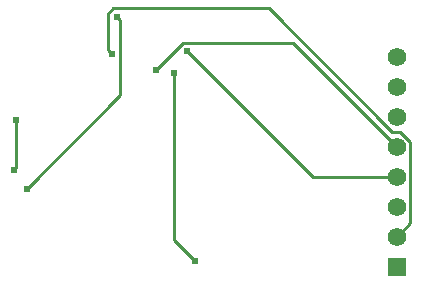
<source format=gbl>
G04 Layer: BottomLayer*
G04 EasyEDA v6.5.43, 2024-08-15 14:13:16*
G04 cb6e2e9fbd21486d88ae5690d2d3dc00,10*
G04 Gerber Generator version 0.2*
G04 Scale: 100 percent, Rotated: No, Reflected: No *
G04 Dimensions in millimeters *
G04 leading zeros omitted , absolute positions ,4 integer and 5 decimal *
%FSLAX45Y45*%
%MOMM*%

%ADD10C,0.2540*%
%ADD11R,1.5748X1.5748*%
%ADD12C,1.5748*%
%ADD13C,0.6100*%

%LPD*%
D10*
X1691690Y-1242313D02*
G01*
X2482748Y-451256D01*
X2482748Y188061D01*
X2456002Y214807D01*
X4826000Y-1143000D02*
G01*
X4120489Y-1143000D01*
X3053029Y-75539D01*
X4826000Y-1651000D02*
G01*
X4942509Y-1534490D01*
X4942509Y-846937D01*
X4857572Y-762000D01*
X4787011Y-762000D01*
X3740861Y284149D01*
X2425572Y284149D01*
X2382113Y240690D01*
X2382113Y-64338D01*
X2419400Y-101625D01*
X4826000Y-889000D02*
G01*
X3949191Y-12192D01*
X3013862Y-12192D01*
X2785846Y-240207D01*
X2941015Y-260146D02*
G01*
X2941015Y-1679422D01*
X3115792Y-1854200D01*
X1582648Y-1083208D02*
G01*
X1599793Y-1066063D01*
X1599793Y-662025D01*
D11*
G01*
X4826000Y-1905000D03*
D12*
G01*
X4826000Y-1651000D03*
G01*
X4826000Y-1397000D03*
G01*
X4826000Y-1143000D03*
G01*
X4826000Y-889000D03*
G01*
X4826000Y-635000D03*
G01*
X4826000Y-381000D03*
G01*
X4826000Y-127000D03*
D13*
G01*
X1691690Y-1242313D03*
G01*
X2456002Y214807D03*
G01*
X3053029Y-75539D03*
G01*
X2419400Y-101625D03*
G01*
X2785846Y-240207D03*
G01*
X3115792Y-1854200D03*
G01*
X2941015Y-260146D03*
G01*
X1582648Y-1083208D03*
G01*
X1599793Y-662025D03*
M02*

</source>
